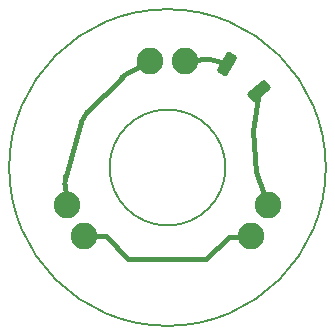
<source format=gbr>
%TF.GenerationSoftware,KiCad,Pcbnew,7.0.10*%
%TF.CreationDate,2024-05-01T04:54:26-07:00*%
%TF.ProjectId,bbsolderingTest,6262736f-6c64-4657-9269-6e6754657374,rev?*%
%TF.SameCoordinates,Original*%
%TF.FileFunction,Copper,L1,Top*%
%TF.FilePolarity,Positive*%
%FSLAX46Y46*%
G04 Gerber Fmt 4.6, Leading zero omitted, Abs format (unit mm)*
G04 Created by KiCad (PCBNEW 7.0.10) date 2024-05-01 04:54:26*
%MOMM*%
%LPD*%
G01*
G04 APERTURE LIST*
G04 Aperture macros list*
%AMRoundRect*
0 Rectangle with rounded corners*
0 $1 Rounding radius*
0 $2 $3 $4 $5 $6 $7 $8 $9 X,Y pos of 4 corners*
0 Add a 4 corners polygon primitive as box body*
4,1,4,$2,$3,$4,$5,$6,$7,$8,$9,$2,$3,0*
0 Add four circle primitives for the rounded corners*
1,1,$1+$1,$2,$3*
1,1,$1+$1,$4,$5*
1,1,$1+$1,$6,$7*
1,1,$1+$1,$8,$9*
0 Add four rect primitives between the rounded corners*
20,1,$1+$1,$2,$3,$4,$5,0*
20,1,$1+$1,$4,$5,$6,$7,0*
20,1,$1+$1,$6,$7,$8,$9,0*
20,1,$1+$1,$8,$9,$2,$3,0*%
G04 Aperture macros list end*
%TA.AperFunction,NonConductor*%
%ADD10C,0.200000*%
%TD*%
%TA.AperFunction,WasherPad*%
%ADD11C,2.250000*%
%TD*%
%TA.AperFunction,SMDPad,CuDef*%
%ADD12RoundRect,0.250000X-0.591506X-0.524519X-0.158494X-0.774519X0.591506X0.524519X0.158494X0.774519X0*%
%TD*%
%TA.AperFunction,SMDPad,CuDef*%
%ADD13RoundRect,0.250000X-0.735230X-0.290580X-0.413836X-0.673602X0.735230X0.290580X0.413836X0.673602X0*%
%TD*%
%TA.AperFunction,Conductor*%
%ADD14C,0.400000*%
%TD*%
G04 APERTURE END LIST*
D10*
X4907396Y0D02*
G75*
G03*
X-4907396Y0I-4907396J0D01*
G01*
X-4907396Y0D02*
G75*
G03*
X4907396Y0I4907396J0D01*
G01*
X13404367Y0D02*
G75*
G03*
X-13404367Y0I-13404367J0D01*
G01*
X-13404367Y0D02*
G75*
G03*
X13404367Y0I13404367J0D01*
G01*
D11*
%TO.P,REF\u002A\u002A,*%
%TO.N,*%
X1500000Y9000000D03*
%TD*%
%TO.P,REF\u002A\u002A2,*%
%TO.N,*%
X-8544229Y-3200400D03*
%TD*%
%TO.P,REF\u002A\u002A3,*%
%TO.N,*%
X7044229Y-5799038D03*
%TD*%
%TO.P,REF\u002A\u002A1,*%
%TO.N,*%
X-7044229Y-5799038D03*
%TD*%
D12*
%TO.P,J1,1,Pin_1*%
%TO.N,N/C*%
X5054600Y8754823D03*
%TD*%
D11*
%TO.P,REF\u002A\u002A,*%
%TO.N,*%
X-1500000Y9000000D03*
%TD*%
D13*
%TO.P,J2,1,Pin_1*%
%TO.N,N/C*%
X7744097Y6498067D03*
%TD*%
D11*
%TO.P,REF\u002A\u002A4,*%
%TO.N,*%
X8544229Y-3200962D03*
%TD*%
D14*
%TO.N,*%
X-5224562Y-5799038D02*
X-3302000Y-7721600D01*
X-1972800Y9000000D02*
X-2176000Y9000000D01*
X7744097Y6498067D02*
X7213600Y3098800D01*
X1811577Y8754823D02*
X1574800Y8991600D01*
X1727200Y9448800D02*
X1524000Y9245600D01*
X7213600Y3098800D02*
X7467600Y-406400D01*
X7467600Y-406400D02*
X8539662Y-3193053D01*
X-8626278Y-686151D02*
X-7306410Y3826948D01*
X-3302000Y-7721600D02*
X3302000Y-7721600D01*
X3177043Y9160429D02*
X1495433Y9007910D01*
X5054600Y8754823D02*
X3921102Y9087609D01*
X-7044229Y-5799038D02*
X-5224562Y-5799038D01*
X-2176000Y9000000D02*
X-1625600Y9042400D01*
X8544229Y-3200962D02*
X8890000Y-2855191D01*
X-8504801Y-3234272D02*
X-8695247Y-1461125D01*
X5181600Y-5842000D02*
X6959600Y-5842000D01*
X3302000Y-7721600D02*
X5181600Y-5842000D01*
X-6801029Y4679771D02*
X-3867169Y7613631D01*
X-6594867Y-6248400D02*
X-7044229Y-5799038D01*
X-3396260Y7962986D02*
X-1473200Y8991600D01*
X-8626278Y-686151D02*
G75*
G03*
X-8695247Y-1461125I1919581J-561390D01*
G01*
X3921102Y9087609D02*
G75*
G03*
X3177043Y9160428I-563402J-1919009D01*
G01*
X-6801029Y4679771D02*
G75*
G03*
X-7306409Y3826948I1414224J-1414221D01*
G01*
X-3396260Y7962986D02*
G75*
G03*
X-3867169Y7613631I943317J-1763589D01*
G01*
%TD*%
M02*

</source>
